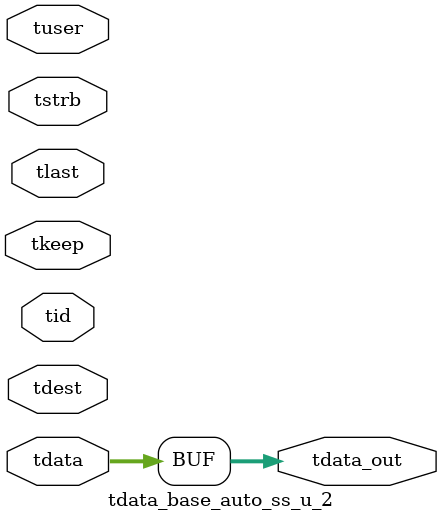
<source format=v>


`timescale 1ps/1ps

module tdata_base_auto_ss_u_2 #
(
parameter C_S_AXIS_TDATA_WIDTH = 32,
parameter C_S_AXIS_TUSER_WIDTH = 0,
parameter C_S_AXIS_TID_WIDTH   = 0,
parameter C_S_AXIS_TDEST_WIDTH = 0,
parameter C_M_AXIS_TDATA_WIDTH = 32
)
(
input  [(C_S_AXIS_TDATA_WIDTH == 0 ? 1 : C_S_AXIS_TDATA_WIDTH)-1:0     ] tdata,
input  [(C_S_AXIS_TUSER_WIDTH == 0 ? 1 : C_S_AXIS_TUSER_WIDTH)-1:0     ] tuser,
input  [(C_S_AXIS_TID_WIDTH   == 0 ? 1 : C_S_AXIS_TID_WIDTH)-1:0       ] tid,
input  [(C_S_AXIS_TDEST_WIDTH == 0 ? 1 : C_S_AXIS_TDEST_WIDTH)-1:0     ] tdest,
input  [(C_S_AXIS_TDATA_WIDTH/8)-1:0 ] tkeep,
input  [(C_S_AXIS_TDATA_WIDTH/8)-1:0 ] tstrb,
input                                                                    tlast,
output [C_M_AXIS_TDATA_WIDTH-1:0] tdata_out
);

assign tdata_out = {tdata[31:0]};

endmodule


</source>
